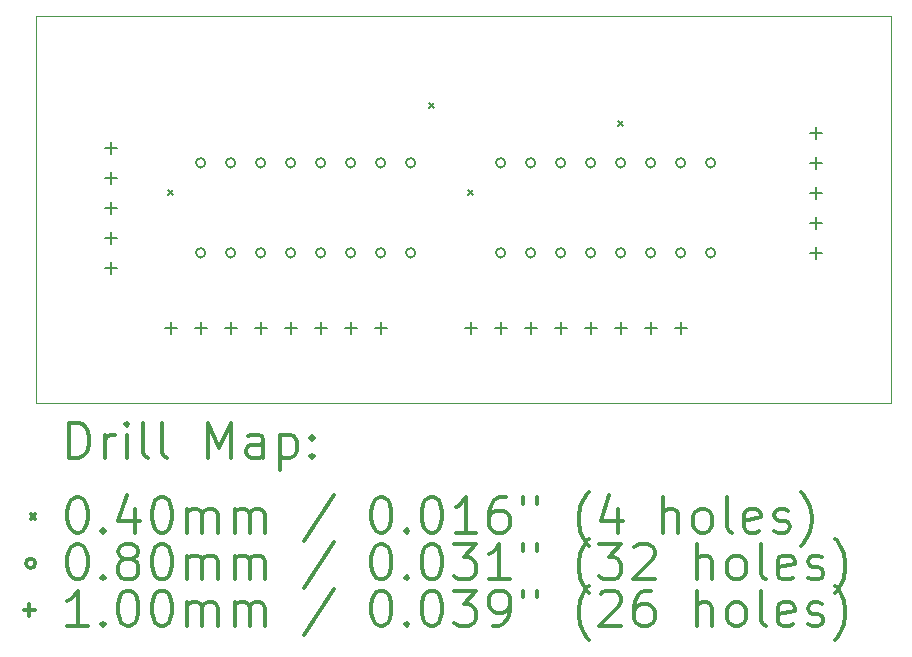
<source format=gbr>
%FSLAX45Y45*%
G04 Gerber Fmt 4.5, Leading zero omitted, Abs format (unit mm)*
G04 Created by KiCad (PCBNEW (5.1.2-1)-1) date 2023-02-25 22:47:23*
%MOMM*%
%LPD*%
G04 APERTURE LIST*
%ADD10C,0.050000*%
%ADD11C,0.200000*%
%ADD12C,0.300000*%
G04 APERTURE END LIST*
D10*
X15240000Y5562600D02*
X15240000Y5080000D01*
X8001000Y5562600D02*
X8001000Y5080000D01*
X8001000Y2286000D02*
X8001000Y5080000D01*
X8128000Y2286000D02*
X8001000Y2286000D01*
X15240000Y2286000D02*
X8128000Y2286000D01*
X15240000Y5080000D02*
X15240000Y2286000D01*
X8001000Y5562600D02*
X15240000Y5562600D01*
D11*
X9124000Y4084000D02*
X9164000Y4044000D01*
X9164000Y4084000D02*
X9124000Y4044000D01*
X11333800Y4820600D02*
X11373800Y4780600D01*
X11373800Y4820600D02*
X11333800Y4780600D01*
X11664000Y4084000D02*
X11704000Y4044000D01*
X11704000Y4084000D02*
X11664000Y4044000D01*
X12934000Y4668200D02*
X12974000Y4628200D01*
X12974000Y4668200D02*
X12934000Y4628200D01*
X11978000Y4318000D02*
G75*
G03X11978000Y4318000I-40000J0D01*
G01*
X11978000Y3556000D02*
G75*
G03X11978000Y3556000I-40000J0D01*
G01*
X12232000Y4318000D02*
G75*
G03X12232000Y4318000I-40000J0D01*
G01*
X12232000Y3556000D02*
G75*
G03X12232000Y3556000I-40000J0D01*
G01*
X12486000Y4318000D02*
G75*
G03X12486000Y4318000I-40000J0D01*
G01*
X12486000Y3556000D02*
G75*
G03X12486000Y3556000I-40000J0D01*
G01*
X12740000Y4318000D02*
G75*
G03X12740000Y4318000I-40000J0D01*
G01*
X12740000Y3556000D02*
G75*
G03X12740000Y3556000I-40000J0D01*
G01*
X12994000Y4318000D02*
G75*
G03X12994000Y4318000I-40000J0D01*
G01*
X12994000Y3556000D02*
G75*
G03X12994000Y3556000I-40000J0D01*
G01*
X13248000Y4318000D02*
G75*
G03X13248000Y4318000I-40000J0D01*
G01*
X13248000Y3556000D02*
G75*
G03X13248000Y3556000I-40000J0D01*
G01*
X13502000Y4318000D02*
G75*
G03X13502000Y4318000I-40000J0D01*
G01*
X13502000Y3556000D02*
G75*
G03X13502000Y3556000I-40000J0D01*
G01*
X13756000Y4318000D02*
G75*
G03X13756000Y4318000I-40000J0D01*
G01*
X13756000Y3556000D02*
G75*
G03X13756000Y3556000I-40000J0D01*
G01*
X9438000Y4318000D02*
G75*
G03X9438000Y4318000I-40000J0D01*
G01*
X9438000Y3556000D02*
G75*
G03X9438000Y3556000I-40000J0D01*
G01*
X9692000Y4318000D02*
G75*
G03X9692000Y4318000I-40000J0D01*
G01*
X9692000Y3556000D02*
G75*
G03X9692000Y3556000I-40000J0D01*
G01*
X9946000Y4318000D02*
G75*
G03X9946000Y4318000I-40000J0D01*
G01*
X9946000Y3556000D02*
G75*
G03X9946000Y3556000I-40000J0D01*
G01*
X10200000Y4318000D02*
G75*
G03X10200000Y4318000I-40000J0D01*
G01*
X10200000Y3556000D02*
G75*
G03X10200000Y3556000I-40000J0D01*
G01*
X10454000Y4318000D02*
G75*
G03X10454000Y4318000I-40000J0D01*
G01*
X10454000Y3556000D02*
G75*
G03X10454000Y3556000I-40000J0D01*
G01*
X10708000Y4318000D02*
G75*
G03X10708000Y4318000I-40000J0D01*
G01*
X10708000Y3556000D02*
G75*
G03X10708000Y3556000I-40000J0D01*
G01*
X10962000Y4318000D02*
G75*
G03X10962000Y4318000I-40000J0D01*
G01*
X10962000Y3556000D02*
G75*
G03X10962000Y3556000I-40000J0D01*
G01*
X11216000Y4318000D02*
G75*
G03X11216000Y4318000I-40000J0D01*
G01*
X11216000Y3556000D02*
G75*
G03X11216000Y3556000I-40000J0D01*
G01*
X14605000Y4622000D02*
X14605000Y4522000D01*
X14555000Y4572000D02*
X14655000Y4572000D01*
X14605000Y4368000D02*
X14605000Y4268000D01*
X14555000Y4318000D02*
X14655000Y4318000D01*
X14605000Y4114000D02*
X14605000Y4014000D01*
X14555000Y4064000D02*
X14655000Y4064000D01*
X14605000Y3860000D02*
X14605000Y3760000D01*
X14555000Y3810000D02*
X14655000Y3810000D01*
X14605000Y3606000D02*
X14605000Y3506000D01*
X14555000Y3556000D02*
X14655000Y3556000D01*
X11684000Y2971000D02*
X11684000Y2871000D01*
X11634000Y2921000D02*
X11734000Y2921000D01*
X11938000Y2971000D02*
X11938000Y2871000D01*
X11888000Y2921000D02*
X11988000Y2921000D01*
X12192000Y2971000D02*
X12192000Y2871000D01*
X12142000Y2921000D02*
X12242000Y2921000D01*
X12446000Y2971000D02*
X12446000Y2871000D01*
X12396000Y2921000D02*
X12496000Y2921000D01*
X12700000Y2971000D02*
X12700000Y2871000D01*
X12650000Y2921000D02*
X12750000Y2921000D01*
X12954000Y2971000D02*
X12954000Y2871000D01*
X12904000Y2921000D02*
X13004000Y2921000D01*
X13208000Y2971000D02*
X13208000Y2871000D01*
X13158000Y2921000D02*
X13258000Y2921000D01*
X13462000Y2971000D02*
X13462000Y2871000D01*
X13412000Y2921000D02*
X13512000Y2921000D01*
X8636000Y4495000D02*
X8636000Y4395000D01*
X8586000Y4445000D02*
X8686000Y4445000D01*
X8636000Y4241000D02*
X8636000Y4141000D01*
X8586000Y4191000D02*
X8686000Y4191000D01*
X8636000Y3987000D02*
X8636000Y3887000D01*
X8586000Y3937000D02*
X8686000Y3937000D01*
X8636000Y3733000D02*
X8636000Y3633000D01*
X8586000Y3683000D02*
X8686000Y3683000D01*
X8636000Y3479000D02*
X8636000Y3379000D01*
X8586000Y3429000D02*
X8686000Y3429000D01*
X9144000Y2971000D02*
X9144000Y2871000D01*
X9094000Y2921000D02*
X9194000Y2921000D01*
X9398000Y2971000D02*
X9398000Y2871000D01*
X9348000Y2921000D02*
X9448000Y2921000D01*
X9652000Y2971000D02*
X9652000Y2871000D01*
X9602000Y2921000D02*
X9702000Y2921000D01*
X9906000Y2971000D02*
X9906000Y2871000D01*
X9856000Y2921000D02*
X9956000Y2921000D01*
X10160000Y2971000D02*
X10160000Y2871000D01*
X10110000Y2921000D02*
X10210000Y2921000D01*
X10414000Y2971000D02*
X10414000Y2871000D01*
X10364000Y2921000D02*
X10464000Y2921000D01*
X10668000Y2971000D02*
X10668000Y2871000D01*
X10618000Y2921000D02*
X10718000Y2921000D01*
X10922000Y2971000D02*
X10922000Y2871000D01*
X10872000Y2921000D02*
X10972000Y2921000D01*
D12*
X8284928Y1817786D02*
X8284928Y2117786D01*
X8356357Y2117786D01*
X8399214Y2103500D01*
X8427786Y2074928D01*
X8442071Y2046357D01*
X8456357Y1989214D01*
X8456357Y1946357D01*
X8442071Y1889214D01*
X8427786Y1860643D01*
X8399214Y1832071D01*
X8356357Y1817786D01*
X8284928Y1817786D01*
X8584928Y1817786D02*
X8584928Y2017786D01*
X8584928Y1960643D02*
X8599214Y1989214D01*
X8613500Y2003500D01*
X8642071Y2017786D01*
X8670643Y2017786D01*
X8770643Y1817786D02*
X8770643Y2017786D01*
X8770643Y2117786D02*
X8756357Y2103500D01*
X8770643Y2089214D01*
X8784928Y2103500D01*
X8770643Y2117786D01*
X8770643Y2089214D01*
X8956357Y1817786D02*
X8927786Y1832071D01*
X8913500Y1860643D01*
X8913500Y2117786D01*
X9113500Y1817786D02*
X9084928Y1832071D01*
X9070643Y1860643D01*
X9070643Y2117786D01*
X9456357Y1817786D02*
X9456357Y2117786D01*
X9556357Y1903500D01*
X9656357Y2117786D01*
X9656357Y1817786D01*
X9927786Y1817786D02*
X9927786Y1974928D01*
X9913500Y2003500D01*
X9884928Y2017786D01*
X9827786Y2017786D01*
X9799214Y2003500D01*
X9927786Y1832071D02*
X9899214Y1817786D01*
X9827786Y1817786D01*
X9799214Y1832071D01*
X9784928Y1860643D01*
X9784928Y1889214D01*
X9799214Y1917786D01*
X9827786Y1932071D01*
X9899214Y1932071D01*
X9927786Y1946357D01*
X10070643Y2017786D02*
X10070643Y1717786D01*
X10070643Y2003500D02*
X10099214Y2017786D01*
X10156357Y2017786D01*
X10184928Y2003500D01*
X10199214Y1989214D01*
X10213500Y1960643D01*
X10213500Y1874928D01*
X10199214Y1846357D01*
X10184928Y1832071D01*
X10156357Y1817786D01*
X10099214Y1817786D01*
X10070643Y1832071D01*
X10342071Y1846357D02*
X10356357Y1832071D01*
X10342071Y1817786D01*
X10327786Y1832071D01*
X10342071Y1846357D01*
X10342071Y1817786D01*
X10342071Y2003500D02*
X10356357Y1989214D01*
X10342071Y1974928D01*
X10327786Y1989214D01*
X10342071Y2003500D01*
X10342071Y1974928D01*
X7958500Y1343500D02*
X7998500Y1303500D01*
X7998500Y1343500D02*
X7958500Y1303500D01*
X8342071Y1487786D02*
X8370643Y1487786D01*
X8399214Y1473500D01*
X8413500Y1459214D01*
X8427786Y1430643D01*
X8442071Y1373500D01*
X8442071Y1302071D01*
X8427786Y1244928D01*
X8413500Y1216357D01*
X8399214Y1202071D01*
X8370643Y1187786D01*
X8342071Y1187786D01*
X8313500Y1202071D01*
X8299214Y1216357D01*
X8284928Y1244928D01*
X8270643Y1302071D01*
X8270643Y1373500D01*
X8284928Y1430643D01*
X8299214Y1459214D01*
X8313500Y1473500D01*
X8342071Y1487786D01*
X8570643Y1216357D02*
X8584928Y1202071D01*
X8570643Y1187786D01*
X8556357Y1202071D01*
X8570643Y1216357D01*
X8570643Y1187786D01*
X8842071Y1387786D02*
X8842071Y1187786D01*
X8770643Y1502071D02*
X8699214Y1287786D01*
X8884928Y1287786D01*
X9056357Y1487786D02*
X9084928Y1487786D01*
X9113500Y1473500D01*
X9127786Y1459214D01*
X9142071Y1430643D01*
X9156357Y1373500D01*
X9156357Y1302071D01*
X9142071Y1244928D01*
X9127786Y1216357D01*
X9113500Y1202071D01*
X9084928Y1187786D01*
X9056357Y1187786D01*
X9027786Y1202071D01*
X9013500Y1216357D01*
X8999214Y1244928D01*
X8984928Y1302071D01*
X8984928Y1373500D01*
X8999214Y1430643D01*
X9013500Y1459214D01*
X9027786Y1473500D01*
X9056357Y1487786D01*
X9284928Y1187786D02*
X9284928Y1387786D01*
X9284928Y1359214D02*
X9299214Y1373500D01*
X9327786Y1387786D01*
X9370643Y1387786D01*
X9399214Y1373500D01*
X9413500Y1344928D01*
X9413500Y1187786D01*
X9413500Y1344928D02*
X9427786Y1373500D01*
X9456357Y1387786D01*
X9499214Y1387786D01*
X9527786Y1373500D01*
X9542071Y1344928D01*
X9542071Y1187786D01*
X9684928Y1187786D02*
X9684928Y1387786D01*
X9684928Y1359214D02*
X9699214Y1373500D01*
X9727786Y1387786D01*
X9770643Y1387786D01*
X9799214Y1373500D01*
X9813500Y1344928D01*
X9813500Y1187786D01*
X9813500Y1344928D02*
X9827786Y1373500D01*
X9856357Y1387786D01*
X9899214Y1387786D01*
X9927786Y1373500D01*
X9942071Y1344928D01*
X9942071Y1187786D01*
X10527786Y1502071D02*
X10270643Y1116357D01*
X10913500Y1487786D02*
X10942071Y1487786D01*
X10970643Y1473500D01*
X10984928Y1459214D01*
X10999214Y1430643D01*
X11013500Y1373500D01*
X11013500Y1302071D01*
X10999214Y1244928D01*
X10984928Y1216357D01*
X10970643Y1202071D01*
X10942071Y1187786D01*
X10913500Y1187786D01*
X10884928Y1202071D01*
X10870643Y1216357D01*
X10856357Y1244928D01*
X10842071Y1302071D01*
X10842071Y1373500D01*
X10856357Y1430643D01*
X10870643Y1459214D01*
X10884928Y1473500D01*
X10913500Y1487786D01*
X11142071Y1216357D02*
X11156357Y1202071D01*
X11142071Y1187786D01*
X11127786Y1202071D01*
X11142071Y1216357D01*
X11142071Y1187786D01*
X11342071Y1487786D02*
X11370643Y1487786D01*
X11399214Y1473500D01*
X11413500Y1459214D01*
X11427786Y1430643D01*
X11442071Y1373500D01*
X11442071Y1302071D01*
X11427786Y1244928D01*
X11413500Y1216357D01*
X11399214Y1202071D01*
X11370643Y1187786D01*
X11342071Y1187786D01*
X11313500Y1202071D01*
X11299214Y1216357D01*
X11284928Y1244928D01*
X11270643Y1302071D01*
X11270643Y1373500D01*
X11284928Y1430643D01*
X11299214Y1459214D01*
X11313500Y1473500D01*
X11342071Y1487786D01*
X11727786Y1187786D02*
X11556357Y1187786D01*
X11642071Y1187786D02*
X11642071Y1487786D01*
X11613500Y1444928D01*
X11584928Y1416357D01*
X11556357Y1402071D01*
X11984928Y1487786D02*
X11927786Y1487786D01*
X11899214Y1473500D01*
X11884928Y1459214D01*
X11856357Y1416357D01*
X11842071Y1359214D01*
X11842071Y1244928D01*
X11856357Y1216357D01*
X11870643Y1202071D01*
X11899214Y1187786D01*
X11956357Y1187786D01*
X11984928Y1202071D01*
X11999214Y1216357D01*
X12013500Y1244928D01*
X12013500Y1316357D01*
X11999214Y1344928D01*
X11984928Y1359214D01*
X11956357Y1373500D01*
X11899214Y1373500D01*
X11870643Y1359214D01*
X11856357Y1344928D01*
X11842071Y1316357D01*
X12127786Y1487786D02*
X12127786Y1430643D01*
X12242071Y1487786D02*
X12242071Y1430643D01*
X12684928Y1073500D02*
X12670643Y1087786D01*
X12642071Y1130643D01*
X12627786Y1159214D01*
X12613500Y1202071D01*
X12599214Y1273500D01*
X12599214Y1330643D01*
X12613500Y1402071D01*
X12627786Y1444928D01*
X12642071Y1473500D01*
X12670643Y1516357D01*
X12684928Y1530643D01*
X12927786Y1387786D02*
X12927786Y1187786D01*
X12856357Y1502071D02*
X12784928Y1287786D01*
X12970643Y1287786D01*
X13313500Y1187786D02*
X13313500Y1487786D01*
X13442071Y1187786D02*
X13442071Y1344928D01*
X13427786Y1373500D01*
X13399214Y1387786D01*
X13356357Y1387786D01*
X13327786Y1373500D01*
X13313500Y1359214D01*
X13627786Y1187786D02*
X13599214Y1202071D01*
X13584928Y1216357D01*
X13570643Y1244928D01*
X13570643Y1330643D01*
X13584928Y1359214D01*
X13599214Y1373500D01*
X13627786Y1387786D01*
X13670643Y1387786D01*
X13699214Y1373500D01*
X13713500Y1359214D01*
X13727786Y1330643D01*
X13727786Y1244928D01*
X13713500Y1216357D01*
X13699214Y1202071D01*
X13670643Y1187786D01*
X13627786Y1187786D01*
X13899214Y1187786D02*
X13870643Y1202071D01*
X13856357Y1230643D01*
X13856357Y1487786D01*
X14127786Y1202071D02*
X14099214Y1187786D01*
X14042071Y1187786D01*
X14013500Y1202071D01*
X13999214Y1230643D01*
X13999214Y1344928D01*
X14013500Y1373500D01*
X14042071Y1387786D01*
X14099214Y1387786D01*
X14127786Y1373500D01*
X14142071Y1344928D01*
X14142071Y1316357D01*
X13999214Y1287786D01*
X14256357Y1202071D02*
X14284928Y1187786D01*
X14342071Y1187786D01*
X14370643Y1202071D01*
X14384928Y1230643D01*
X14384928Y1244928D01*
X14370643Y1273500D01*
X14342071Y1287786D01*
X14299214Y1287786D01*
X14270643Y1302071D01*
X14256357Y1330643D01*
X14256357Y1344928D01*
X14270643Y1373500D01*
X14299214Y1387786D01*
X14342071Y1387786D01*
X14370643Y1373500D01*
X14484928Y1073500D02*
X14499214Y1087786D01*
X14527786Y1130643D01*
X14542071Y1159214D01*
X14556357Y1202071D01*
X14570643Y1273500D01*
X14570643Y1330643D01*
X14556357Y1402071D01*
X14542071Y1444928D01*
X14527786Y1473500D01*
X14499214Y1516357D01*
X14484928Y1530643D01*
X7998500Y927500D02*
G75*
G03X7998500Y927500I-40000J0D01*
G01*
X8342071Y1091786D02*
X8370643Y1091786D01*
X8399214Y1077500D01*
X8413500Y1063214D01*
X8427786Y1034643D01*
X8442071Y977500D01*
X8442071Y906071D01*
X8427786Y848928D01*
X8413500Y820357D01*
X8399214Y806071D01*
X8370643Y791786D01*
X8342071Y791786D01*
X8313500Y806071D01*
X8299214Y820357D01*
X8284928Y848928D01*
X8270643Y906071D01*
X8270643Y977500D01*
X8284928Y1034643D01*
X8299214Y1063214D01*
X8313500Y1077500D01*
X8342071Y1091786D01*
X8570643Y820357D02*
X8584928Y806071D01*
X8570643Y791786D01*
X8556357Y806071D01*
X8570643Y820357D01*
X8570643Y791786D01*
X8756357Y963214D02*
X8727786Y977500D01*
X8713500Y991786D01*
X8699214Y1020357D01*
X8699214Y1034643D01*
X8713500Y1063214D01*
X8727786Y1077500D01*
X8756357Y1091786D01*
X8813500Y1091786D01*
X8842071Y1077500D01*
X8856357Y1063214D01*
X8870643Y1034643D01*
X8870643Y1020357D01*
X8856357Y991786D01*
X8842071Y977500D01*
X8813500Y963214D01*
X8756357Y963214D01*
X8727786Y948928D01*
X8713500Y934643D01*
X8699214Y906071D01*
X8699214Y848928D01*
X8713500Y820357D01*
X8727786Y806071D01*
X8756357Y791786D01*
X8813500Y791786D01*
X8842071Y806071D01*
X8856357Y820357D01*
X8870643Y848928D01*
X8870643Y906071D01*
X8856357Y934643D01*
X8842071Y948928D01*
X8813500Y963214D01*
X9056357Y1091786D02*
X9084928Y1091786D01*
X9113500Y1077500D01*
X9127786Y1063214D01*
X9142071Y1034643D01*
X9156357Y977500D01*
X9156357Y906071D01*
X9142071Y848928D01*
X9127786Y820357D01*
X9113500Y806071D01*
X9084928Y791786D01*
X9056357Y791786D01*
X9027786Y806071D01*
X9013500Y820357D01*
X8999214Y848928D01*
X8984928Y906071D01*
X8984928Y977500D01*
X8999214Y1034643D01*
X9013500Y1063214D01*
X9027786Y1077500D01*
X9056357Y1091786D01*
X9284928Y791786D02*
X9284928Y991786D01*
X9284928Y963214D02*
X9299214Y977500D01*
X9327786Y991786D01*
X9370643Y991786D01*
X9399214Y977500D01*
X9413500Y948928D01*
X9413500Y791786D01*
X9413500Y948928D02*
X9427786Y977500D01*
X9456357Y991786D01*
X9499214Y991786D01*
X9527786Y977500D01*
X9542071Y948928D01*
X9542071Y791786D01*
X9684928Y791786D02*
X9684928Y991786D01*
X9684928Y963214D02*
X9699214Y977500D01*
X9727786Y991786D01*
X9770643Y991786D01*
X9799214Y977500D01*
X9813500Y948928D01*
X9813500Y791786D01*
X9813500Y948928D02*
X9827786Y977500D01*
X9856357Y991786D01*
X9899214Y991786D01*
X9927786Y977500D01*
X9942071Y948928D01*
X9942071Y791786D01*
X10527786Y1106071D02*
X10270643Y720357D01*
X10913500Y1091786D02*
X10942071Y1091786D01*
X10970643Y1077500D01*
X10984928Y1063214D01*
X10999214Y1034643D01*
X11013500Y977500D01*
X11013500Y906071D01*
X10999214Y848928D01*
X10984928Y820357D01*
X10970643Y806071D01*
X10942071Y791786D01*
X10913500Y791786D01*
X10884928Y806071D01*
X10870643Y820357D01*
X10856357Y848928D01*
X10842071Y906071D01*
X10842071Y977500D01*
X10856357Y1034643D01*
X10870643Y1063214D01*
X10884928Y1077500D01*
X10913500Y1091786D01*
X11142071Y820357D02*
X11156357Y806071D01*
X11142071Y791786D01*
X11127786Y806071D01*
X11142071Y820357D01*
X11142071Y791786D01*
X11342071Y1091786D02*
X11370643Y1091786D01*
X11399214Y1077500D01*
X11413500Y1063214D01*
X11427786Y1034643D01*
X11442071Y977500D01*
X11442071Y906071D01*
X11427786Y848928D01*
X11413500Y820357D01*
X11399214Y806071D01*
X11370643Y791786D01*
X11342071Y791786D01*
X11313500Y806071D01*
X11299214Y820357D01*
X11284928Y848928D01*
X11270643Y906071D01*
X11270643Y977500D01*
X11284928Y1034643D01*
X11299214Y1063214D01*
X11313500Y1077500D01*
X11342071Y1091786D01*
X11542071Y1091786D02*
X11727786Y1091786D01*
X11627786Y977500D01*
X11670643Y977500D01*
X11699214Y963214D01*
X11713500Y948928D01*
X11727786Y920357D01*
X11727786Y848928D01*
X11713500Y820357D01*
X11699214Y806071D01*
X11670643Y791786D01*
X11584928Y791786D01*
X11556357Y806071D01*
X11542071Y820357D01*
X12013500Y791786D02*
X11842071Y791786D01*
X11927786Y791786D02*
X11927786Y1091786D01*
X11899214Y1048928D01*
X11870643Y1020357D01*
X11842071Y1006071D01*
X12127786Y1091786D02*
X12127786Y1034643D01*
X12242071Y1091786D02*
X12242071Y1034643D01*
X12684928Y677500D02*
X12670643Y691786D01*
X12642071Y734643D01*
X12627786Y763214D01*
X12613500Y806071D01*
X12599214Y877500D01*
X12599214Y934643D01*
X12613500Y1006071D01*
X12627786Y1048928D01*
X12642071Y1077500D01*
X12670643Y1120357D01*
X12684928Y1134643D01*
X12770643Y1091786D02*
X12956357Y1091786D01*
X12856357Y977500D01*
X12899214Y977500D01*
X12927786Y963214D01*
X12942071Y948928D01*
X12956357Y920357D01*
X12956357Y848928D01*
X12942071Y820357D01*
X12927786Y806071D01*
X12899214Y791786D01*
X12813500Y791786D01*
X12784928Y806071D01*
X12770643Y820357D01*
X13070643Y1063214D02*
X13084928Y1077500D01*
X13113500Y1091786D01*
X13184928Y1091786D01*
X13213500Y1077500D01*
X13227786Y1063214D01*
X13242071Y1034643D01*
X13242071Y1006071D01*
X13227786Y963214D01*
X13056357Y791786D01*
X13242071Y791786D01*
X13599214Y791786D02*
X13599214Y1091786D01*
X13727786Y791786D02*
X13727786Y948928D01*
X13713500Y977500D01*
X13684928Y991786D01*
X13642071Y991786D01*
X13613500Y977500D01*
X13599214Y963214D01*
X13913500Y791786D02*
X13884928Y806071D01*
X13870643Y820357D01*
X13856357Y848928D01*
X13856357Y934643D01*
X13870643Y963214D01*
X13884928Y977500D01*
X13913500Y991786D01*
X13956357Y991786D01*
X13984928Y977500D01*
X13999214Y963214D01*
X14013500Y934643D01*
X14013500Y848928D01*
X13999214Y820357D01*
X13984928Y806071D01*
X13956357Y791786D01*
X13913500Y791786D01*
X14184928Y791786D02*
X14156357Y806071D01*
X14142071Y834643D01*
X14142071Y1091786D01*
X14413500Y806071D02*
X14384928Y791786D01*
X14327786Y791786D01*
X14299214Y806071D01*
X14284928Y834643D01*
X14284928Y948928D01*
X14299214Y977500D01*
X14327786Y991786D01*
X14384928Y991786D01*
X14413500Y977500D01*
X14427786Y948928D01*
X14427786Y920357D01*
X14284928Y891786D01*
X14542071Y806071D02*
X14570643Y791786D01*
X14627786Y791786D01*
X14656357Y806071D01*
X14670643Y834643D01*
X14670643Y848928D01*
X14656357Y877500D01*
X14627786Y891786D01*
X14584928Y891786D01*
X14556357Y906071D01*
X14542071Y934643D01*
X14542071Y948928D01*
X14556357Y977500D01*
X14584928Y991786D01*
X14627786Y991786D01*
X14656357Y977500D01*
X14770643Y677500D02*
X14784928Y691786D01*
X14813500Y734643D01*
X14827786Y763214D01*
X14842071Y806071D01*
X14856357Y877500D01*
X14856357Y934643D01*
X14842071Y1006071D01*
X14827786Y1048928D01*
X14813500Y1077500D01*
X14784928Y1120357D01*
X14770643Y1134643D01*
X7948500Y581500D02*
X7948500Y481500D01*
X7898500Y531500D02*
X7998500Y531500D01*
X8442071Y395786D02*
X8270643Y395786D01*
X8356357Y395786D02*
X8356357Y695786D01*
X8327786Y652928D01*
X8299214Y624357D01*
X8270643Y610071D01*
X8570643Y424357D02*
X8584928Y410071D01*
X8570643Y395786D01*
X8556357Y410071D01*
X8570643Y424357D01*
X8570643Y395786D01*
X8770643Y695786D02*
X8799214Y695786D01*
X8827786Y681500D01*
X8842071Y667214D01*
X8856357Y638643D01*
X8870643Y581500D01*
X8870643Y510071D01*
X8856357Y452928D01*
X8842071Y424357D01*
X8827786Y410071D01*
X8799214Y395786D01*
X8770643Y395786D01*
X8742071Y410071D01*
X8727786Y424357D01*
X8713500Y452928D01*
X8699214Y510071D01*
X8699214Y581500D01*
X8713500Y638643D01*
X8727786Y667214D01*
X8742071Y681500D01*
X8770643Y695786D01*
X9056357Y695786D02*
X9084928Y695786D01*
X9113500Y681500D01*
X9127786Y667214D01*
X9142071Y638643D01*
X9156357Y581500D01*
X9156357Y510071D01*
X9142071Y452928D01*
X9127786Y424357D01*
X9113500Y410071D01*
X9084928Y395786D01*
X9056357Y395786D01*
X9027786Y410071D01*
X9013500Y424357D01*
X8999214Y452928D01*
X8984928Y510071D01*
X8984928Y581500D01*
X8999214Y638643D01*
X9013500Y667214D01*
X9027786Y681500D01*
X9056357Y695786D01*
X9284928Y395786D02*
X9284928Y595786D01*
X9284928Y567214D02*
X9299214Y581500D01*
X9327786Y595786D01*
X9370643Y595786D01*
X9399214Y581500D01*
X9413500Y552928D01*
X9413500Y395786D01*
X9413500Y552928D02*
X9427786Y581500D01*
X9456357Y595786D01*
X9499214Y595786D01*
X9527786Y581500D01*
X9542071Y552928D01*
X9542071Y395786D01*
X9684928Y395786D02*
X9684928Y595786D01*
X9684928Y567214D02*
X9699214Y581500D01*
X9727786Y595786D01*
X9770643Y595786D01*
X9799214Y581500D01*
X9813500Y552928D01*
X9813500Y395786D01*
X9813500Y552928D02*
X9827786Y581500D01*
X9856357Y595786D01*
X9899214Y595786D01*
X9927786Y581500D01*
X9942071Y552928D01*
X9942071Y395786D01*
X10527786Y710071D02*
X10270643Y324357D01*
X10913500Y695786D02*
X10942071Y695786D01*
X10970643Y681500D01*
X10984928Y667214D01*
X10999214Y638643D01*
X11013500Y581500D01*
X11013500Y510071D01*
X10999214Y452928D01*
X10984928Y424357D01*
X10970643Y410071D01*
X10942071Y395786D01*
X10913500Y395786D01*
X10884928Y410071D01*
X10870643Y424357D01*
X10856357Y452928D01*
X10842071Y510071D01*
X10842071Y581500D01*
X10856357Y638643D01*
X10870643Y667214D01*
X10884928Y681500D01*
X10913500Y695786D01*
X11142071Y424357D02*
X11156357Y410071D01*
X11142071Y395786D01*
X11127786Y410071D01*
X11142071Y424357D01*
X11142071Y395786D01*
X11342071Y695786D02*
X11370643Y695786D01*
X11399214Y681500D01*
X11413500Y667214D01*
X11427786Y638643D01*
X11442071Y581500D01*
X11442071Y510071D01*
X11427786Y452928D01*
X11413500Y424357D01*
X11399214Y410071D01*
X11370643Y395786D01*
X11342071Y395786D01*
X11313500Y410071D01*
X11299214Y424357D01*
X11284928Y452928D01*
X11270643Y510071D01*
X11270643Y581500D01*
X11284928Y638643D01*
X11299214Y667214D01*
X11313500Y681500D01*
X11342071Y695786D01*
X11542071Y695786D02*
X11727786Y695786D01*
X11627786Y581500D01*
X11670643Y581500D01*
X11699214Y567214D01*
X11713500Y552928D01*
X11727786Y524357D01*
X11727786Y452928D01*
X11713500Y424357D01*
X11699214Y410071D01*
X11670643Y395786D01*
X11584928Y395786D01*
X11556357Y410071D01*
X11542071Y424357D01*
X11870643Y395786D02*
X11927786Y395786D01*
X11956357Y410071D01*
X11970643Y424357D01*
X11999214Y467214D01*
X12013500Y524357D01*
X12013500Y638643D01*
X11999214Y667214D01*
X11984928Y681500D01*
X11956357Y695786D01*
X11899214Y695786D01*
X11870643Y681500D01*
X11856357Y667214D01*
X11842071Y638643D01*
X11842071Y567214D01*
X11856357Y538643D01*
X11870643Y524357D01*
X11899214Y510071D01*
X11956357Y510071D01*
X11984928Y524357D01*
X11999214Y538643D01*
X12013500Y567214D01*
X12127786Y695786D02*
X12127786Y638643D01*
X12242071Y695786D02*
X12242071Y638643D01*
X12684928Y281500D02*
X12670643Y295786D01*
X12642071Y338643D01*
X12627786Y367214D01*
X12613500Y410071D01*
X12599214Y481500D01*
X12599214Y538643D01*
X12613500Y610071D01*
X12627786Y652928D01*
X12642071Y681500D01*
X12670643Y724357D01*
X12684928Y738643D01*
X12784928Y667214D02*
X12799214Y681500D01*
X12827786Y695786D01*
X12899214Y695786D01*
X12927786Y681500D01*
X12942071Y667214D01*
X12956357Y638643D01*
X12956357Y610071D01*
X12942071Y567214D01*
X12770643Y395786D01*
X12956357Y395786D01*
X13213500Y695786D02*
X13156357Y695786D01*
X13127786Y681500D01*
X13113500Y667214D01*
X13084928Y624357D01*
X13070643Y567214D01*
X13070643Y452928D01*
X13084928Y424357D01*
X13099214Y410071D01*
X13127786Y395786D01*
X13184928Y395786D01*
X13213500Y410071D01*
X13227786Y424357D01*
X13242071Y452928D01*
X13242071Y524357D01*
X13227786Y552928D01*
X13213500Y567214D01*
X13184928Y581500D01*
X13127786Y581500D01*
X13099214Y567214D01*
X13084928Y552928D01*
X13070643Y524357D01*
X13599214Y395786D02*
X13599214Y695786D01*
X13727786Y395786D02*
X13727786Y552928D01*
X13713500Y581500D01*
X13684928Y595786D01*
X13642071Y595786D01*
X13613500Y581500D01*
X13599214Y567214D01*
X13913500Y395786D02*
X13884928Y410071D01*
X13870643Y424357D01*
X13856357Y452928D01*
X13856357Y538643D01*
X13870643Y567214D01*
X13884928Y581500D01*
X13913500Y595786D01*
X13956357Y595786D01*
X13984928Y581500D01*
X13999214Y567214D01*
X14013500Y538643D01*
X14013500Y452928D01*
X13999214Y424357D01*
X13984928Y410071D01*
X13956357Y395786D01*
X13913500Y395786D01*
X14184928Y395786D02*
X14156357Y410071D01*
X14142071Y438643D01*
X14142071Y695786D01*
X14413500Y410071D02*
X14384928Y395786D01*
X14327786Y395786D01*
X14299214Y410071D01*
X14284928Y438643D01*
X14284928Y552928D01*
X14299214Y581500D01*
X14327786Y595786D01*
X14384928Y595786D01*
X14413500Y581500D01*
X14427786Y552928D01*
X14427786Y524357D01*
X14284928Y495786D01*
X14542071Y410071D02*
X14570643Y395786D01*
X14627786Y395786D01*
X14656357Y410071D01*
X14670643Y438643D01*
X14670643Y452928D01*
X14656357Y481500D01*
X14627786Y495786D01*
X14584928Y495786D01*
X14556357Y510071D01*
X14542071Y538643D01*
X14542071Y552928D01*
X14556357Y581500D01*
X14584928Y595786D01*
X14627786Y595786D01*
X14656357Y581500D01*
X14770643Y281500D02*
X14784928Y295786D01*
X14813500Y338643D01*
X14827786Y367214D01*
X14842071Y410071D01*
X14856357Y481500D01*
X14856357Y538643D01*
X14842071Y610071D01*
X14827786Y652928D01*
X14813500Y681500D01*
X14784928Y724357D01*
X14770643Y738643D01*
M02*

</source>
